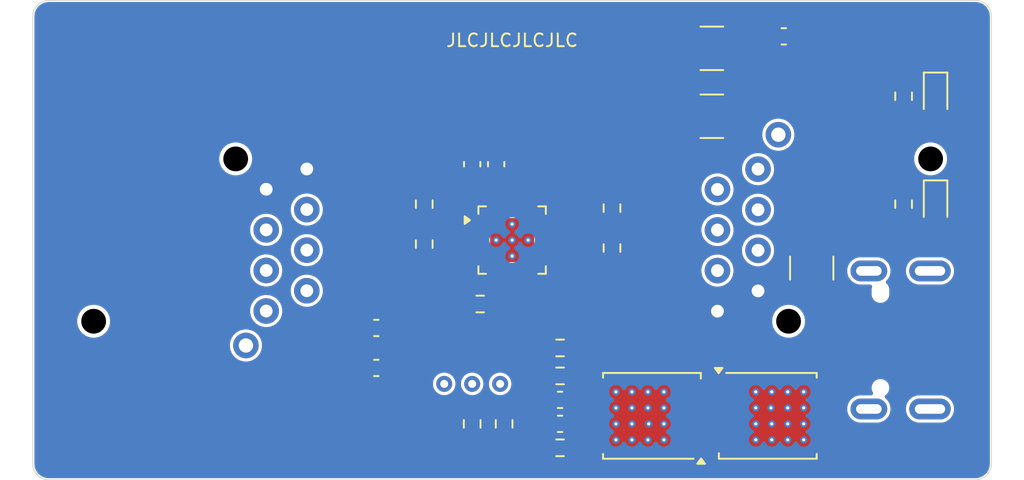
<source format=kicad_pcb>
(kicad_pcb (version 20241229) (generator "pcbnew") (generator_version "9.0")
  (title_block (date "2025-11-17") (rev "2"))
  (layers (0 "F.Cu" signal "Front") (4 "In1.Cu" power) (6 "In2.Cu" power) (2 "B.Cu" signal "Back") (13 "F.Paste" user) (5 "F.SilkS" user "F.Silkscreen") (7 "B.SilkS" user "B.Silkscreen") (1 "F.Mask" user) (3 "B.Mask" user) (25 "Edge.Cuts" user))
  (property "Order-Number" "JLCJLCJLCJLC")
  (net 0 "")
  (net 1 "GND")
  (net 2 "+VLINK")
  (net 3 "/RX-A")
  (net 4 "/TX-Z")
  (net 5 "/RX-B")
  (net 6 "/TX-Y")
  (net 7 "Shield")
  (net 9 "PGND")
  (net 10 "Net-(D101-A)")
  (net 11 "+VBUS")
  (net 12 "/+1V8")
  (net 13 "/Shield RJ45")
  (net 14 "+3V3")
  (net 15 "/Voltage-Min")
  (net 16 "Net-(D102-K)")
  (net 17 "/Current-Min")
  (net 18 "/Gate-Driver")
  (net 22 "/Fault")
  (net 24 "/Data-Mode")
  (net 25 "/SCK")
  (net 28 "/SDA")
  (net 29 "/USB-")
  (net 30 "/USB-CC2")
  (net 31 "/USB-CC1")
  (net 32 "/USB+")
  (net 33 "/Gate")
  (net 34 "/Source")
  (footprint "V2_Resistor_SMD:R_0603" (layer "F.Cu") (at 144.5 111.207107 90)
    (property "Reference" "R110" (hide yes))
    (property "Value" "2k7" (hide yes))
    (fp_line (start -0.237258 -0.5225) (end 0.237258 -0.5225) (stroke (width 0.12)) (layer "F.SilkS"))
    (fp_line (start -0.237258 0.5225) (end 0.237258 0.5225) (stroke (width 0.12)) (layer "F.SilkS"))
    (pad "1" smd roundrect (at -0.75 0 90) (size 0.75 0.95) (layers "F.Cu" "F.Mask" "F.Paste") (roundrect_rratio 0.1333333333) (net 14 "+3V3"))
    (pad "2" smd roundrect (at 0.75 0 90) (size 0.75 0.95) (layers "F.Cu" "F.Mask" "F.Paste") (roundrect_rratio 0.1333333333) (net 28 "/SDA"))
  )
  (footprint "V2_Resistor_SMD:R_0603" (layer "F.Cu") (at 141.5 97.457107 -90)
    (property "Reference" "R107" (hide yes))
    (property "Value" "5k1" (hide yes))
    (fp_line (start -0.237258 0.5225) (end 0.237258 0.5225) (stroke (width 0.12)) (layer "F.SilkS"))
    (fp_line (start -0.237258 -0.5225) (end 0.237258 -0.5225) (stroke (width 0.12)) (layer "F.SilkS"))
    (pad "1" smd roundrect (at -0.75 0 270) (size 0.75 0.95) (layers "F.Cu" "F.Mask" "F.Paste") (roundrect_rratio 0.1333333333) (net 14 "+3V3"))
    (pad "2" smd roundrect (at 0.75 0 270) (size 0.75 0.95) (layers "F.Cu" "F.Mask" "F.Paste") (roundrect_rratio 0.1333333333) (net 15 "/Voltage-Min"))
  )
  (footprint "V2_Capacitor_SMD:C_1210" (layer "F.Cu") (at 159.5 91.957107)
    (property "Reference" "C106" (hide yes))
    (property "Value" "10u" (hide yes))
    (fp_line (start -0.711252 -1.36) (end 0.711252 -1.36) (stroke (width 0.12)) (layer "F.SilkS"))
    (fp_line (start -0.711252 1.36) (end 0.711252 1.36) (stroke (width 0.12)) (layer "F.SilkS"))
    (pad "1" smd roundrect (at -1.6 0) (size 1.1 2.4) (layers "F.Cu" "F.Mask" "F.Paste") (roundrect_rratio 0.09090909091) (net 2 "+VLINK"))
    (pad "2" smd roundrect (at 1.6 0) (size 1.1 2.4) (layers "F.Cu" "F.Mask" "F.Paste") (roundrect_rratio 0.09090909091) (net 1 "GND"))
  )
  (footprint "V2_TestPoint:TestPoint_THTPad_D1.0mm_Drill0.5mm" (layer "F.Cu") (at 144.5 108.707107 90)
    (property "Reference" "TP102" (hide yes))
    (property "Value" "~" (hide yes))
    (pad "1" thru_hole circle (at 0 0 90) (size 1 1) (drill 0.5) (layers "*.Cu" "F.Mask") (net 28 "/SDA"))
  )
  (footprint "V2_Connector_USB:JAE_DX07S016JA3" (layer "F.Cu") (at 172 105.957107 90)
    (property "Reference" "J103" (hide yes))
    (property "Value" "DX07S016JA3" (hide yes))
    (pad "" np_thru_hole circle (at -3 -1.95 90) (size 0.6 0.6) (drill 0.6) (layers "*.Cu" "*.Mask"))
    (pad "" np_thru_hole oval (at 3 -1.95 90) (size 0.85 0.6) (drill oval 0.85 0.6) (layers "*.Cu" "*.Mask"))
    (pad "A5" smd roundrect (at -1.75 -3.05 90) (size 0.27 1) (layers "F.Cu" "F.Mask" "F.Paste") (roundrect_rratio 0.1) (net 31 "/USB-CC1"))
    (pad "A6" smd roundrect (at -0.25 -3.05 90) (size 0.27 1) (layers "F.Cu" "F.Mask" "F.Paste") (roundrect_rratio 0.1) (net 32 "/USB+"))
    (pad "A7" smd roundrect (at 0.75 -3.05 90) (size 0.27 1) (layers "F.Cu" "F.Mask" "F.Paste") (roundrect_rratio 0.1) (net 29 "/USB-"))
    (pad "A8" smd roundrect (at 1.75 -3.05 90) (size 0.27 1) (layers "F.Cu" "F.Mask" "F.Paste") (roundrect_rratio 0.1))
    (pad "B5" smd roundrect (at 1.25 -3.05 90) (size 0.27 1) (layers "F.Cu" "F.Mask" "F.Paste") (roundrect_rratio 0.1) (net 30 "/USB-CC2"))
    (pad "B6" smd roundrect (at 0.25 -3.05 90) (size 0.27 1) (layers "F.Cu" "F.Mask" "F.Paste") (roundrect_rratio 0.1) (net 32 "/USB+"))
    (pad "B7" smd roundrect (at -0.75 -3.05 90) (size 0.27 1) (layers "F.Cu" "F.Mask" "F.Paste") (roundrect_rratio 0.1) (net 29 "/USB-"))
    (pad "B8" smd roundrect (at -1.25 -3.05 90) (size 0.27 1) (layers "F.Cu" "F.Mask" "F.Paste") (roundrect_rratio 0.1))
    (pad "G" smd roundrect (at -3.1 -3.05 90) (size 0.52 1) (layers "F.Cu" "F.Mask" "F.Paste") (roundrect_rratio 0.1) (net 9 "PGND"))
    (pad "G" smd roundrect (at 3.1 -3.05 90) (size 0.52 1) (layers "F.Cu" "F.Mask" "F.Paste") (roundrect_rratio 0.1) (net 9 "PGND"))
    (pad "S" thru_hole oval (at -4.32 -2.675 90) (size 1.3 2.3) (drill oval 0.6 1.6) (layers "*.Cu" "F.Paste") (net 7 "Shield"))
    (pad "S" thru_hole oval (at -4.32 1.15 90) (size 1.3 2.6) (drill oval 0.6 1.9) (layers "*.Cu" "F.Paste") (net 7 "Shield"))
    (pad "S" smd roundrect (at -1.4 1.15 90) (size 1 2) (layers "F.Cu" "F.Mask" "F.Paste") (roundrect_rratio 0.1) (net 7 "Shield"))
    (pad "S" smd roundrect (at 1.4 1.15 90) (size 1 2) (layers "F.Cu" "F.Mask" "F.Paste") (roundrect_rratio 0.1) (net 7 "Shield"))
    (pad "S" thru_hole oval (at 4.32 -2.675 90) (size 1.3 2.3) (drill oval 0.6 1.6) (layers "*.Cu" "F.Paste") (net 7 "Shield"))
    (pad "S" thru_hole oval (at 4.32 1.15 90) (size 1.3 2.6) (drill oval 0.6 1.9) (layers "*.Cu" "F.Paste") (net 7 "Shield"))
    (pad "V" smd roundrect (at -2.35 -3.05 90) (size 0.52 1) (layers "F.Cu" "F.Mask" "F.Paste") (roundrect_rratio 0.1) (net 11 "+VBUS"))
    (pad "V" smd roundrect (at 2.35 -3.05 90) (size 0.52 1) (layers "F.Cu" "F.Mask" "F.Paste") (roundrect_rratio 0.1) (net 11 "+VBUS"))
  )
  (footprint "V2_Capacitor_SMD:C_0603" (layer "F.Cu") (at 146 94.957107 90)
    (property "Reference" "C103" (hide yes))
    (property "Value" "1u" (hide yes))
    (fp_line (start -0.14058 -0.51) (end 0.14058 -0.51) (stroke (width 0.12)) (layer "F.SilkS"))
    (fp_line (start -0.14058 0.51) (end 0.14058 0.51) (stroke (width 0.12)) (layer "F.SilkS"))
    (pad "1" smd roundrect (at -0.7 0 90) (size 0.7 0.8) (layers "F.Cu" "F.Mask" "F.Paste") (roundrect_rratio 0.1428571429) (net 14 "+3V3"))
    (pad "2" smd roundrect (at 0.7 0 90) (size 0.7 0.8) (layers "F.Cu" "F.Mask" "F.Paste") (roundrect_rratio 0.1428571429) (net 9 "PGND"))
  )
  (footprint "V2_Resistor_SMD:R_0603" (layer "F.Cu") (at 145 103.707107 180)
    (property "Reference" "R106" (hide yes))
    (property "Value" "1k" (hide yes))
    (fp_line (start -0.237258 0.5225) (end 0.237258 0.5225) (stroke (width 0.12)) (layer "F.SilkS"))
    (fp_line (start -0.237258 -0.5225) (end 0.237258 -0.5225) (stroke (width 0.12)) (layer "F.SilkS"))
    (pad "1" smd roundrect (at -0.75 0 180) (size 0.75 0.95) (layers "F.Cu" "F.Mask" "F.Paste") (roundrect_rratio 0.1333333333) (net 24 "/Data-Mode"))
    (pad "2" smd roundrect (at 0.75 0 180) (size 0.75 0.95) (layers "F.Cu" "F.Mask" "F.Paste") (roundrect_rratio 0.1333333333) (net 14 "+3V3"))
  )
  (footprint "V2_Resistor_SMD:R_0603" (layer "F.Cu") (at 141.5 99.957107 -90)
    (property "Reference" "R108" (hide yes))
    (property "Value" "1k" (hide yes))
    (fp_line (start -0.237258 0.5225) (end 0.237258 0.5225) (stroke (width 0.12)) (layer "F.SilkS"))
    (fp_line (start -0.237258 -0.5225) (end 0.237258 -0.5225) (stroke (width 0.12)) (layer "F.SilkS"))
    (pad "1" smd roundrect (at -0.75 0 270) (size 0.75 0.95) (layers "F.Cu" "F.Mask" "F.Paste") (roundrect_rratio 0.1333333333) (net 15 "/Voltage-Min"))
    (pad "2" smd roundrect (at 0.75 0 270) (size 0.75 0.95) (layers "F.Cu" "F.Mask" "F.Paste") (roundrect_rratio 0.1333333333) (net 9 "PGND"))
  )
  (footprint "V2_Package_DFN_QFN:QFN-24-1EP_4x4mm_P0.5mm_EP2.75x2.75mm" (layer "F.Cu") (at 147 99.707107)
    (property "Reference" "U101" (hide yes))
    (property "Value" "CYPD3176-24LQ" (hide yes))
    (fp_line (start -2.11 -2.11) (end -1.635 -2.11) (stroke (width 0.12)) (layer "F.SilkS"))
    (fp_line (start -2.11 -1.635) (end -2.11 -2.11) (stroke (width 0.12)) (layer "F.SilkS"))
    (fp_line (start -2.11 2.11) (end -2.11 1.635) (stroke (width 0.12)) (layer "F.SilkS"))
    (fp_line (start -1.635 2.11) (end -2.11 2.11) (stroke (width 0.12)) (layer "F.SilkS"))
    (fp_line (start 1.635 -2.11) (end 2.11 -2.11) (stroke (width 0.12)) (layer "F.SilkS"))
    (fp_line (start 2.11 -2.11) (end 2.11 -1.635) (stroke (width 0.12)) (layer "F.SilkS"))
    (fp_line (start 2.11 1.635) (end 2.11 2.11) (stroke (width 0.12)) (layer "F.SilkS"))
    (fp_line (start 2.11 2.11) (end 1.635 2.11) (stroke (width 0.12)) (layer "F.SilkS"))
    (fp_poly (pts (xy -2.64 -1.25) (xy -2.97 -1.01) (xy -2.97 -1.49)) (stroke (width 0.12)) (fill yes) (layer "F.SilkS"))
    (pad "1" smd roundrect (at -1.915 -1.25) (size 0.67 0.25) (layers "F.Cu" "F.Mask" "F.Paste") (roundrect_rratio 0.24) (net 15 "/Voltage-Min"))
    (pad "2" smd roundrect (at -1.915 -0.75) (size 0.67 0.25) (layers "F.Cu" "F.Mask" "F.Paste") (roundrect_rratio 0.24) (net 14 "+3V3"))
    (pad "3" smd roundrect (at -1.915 -0.25) (size 0.67 0.25) (layers "F.Cu" "F.Mask" "F.Paste") (roundrect_rratio 0.24) (net 18 "/Gate-Driver"))
    (pad "4" smd roundrect (at -1.915 0.25) (size 0.67 0.25) (layers "F.Cu" "F.Mask" "F.Paste") (roundrect_rratio 0.24))
    (pad "5" smd roundrect (at -1.915 0.75) (size 0.67 0.25) (layers "F.Cu" "F.Mask" "F.Paste") (roundrect_rratio 0.24) (net 32 "/USB+"))
    (pad "6" smd roundrect (at -1.915 1.25) (size 0.67 0.25) (layers "F.Cu" "F.Mask" "F.Paste") (roundrect_rratio 0.24) (net 29 "/USB-"))
    (pad "7" smd roundrect (at -1.25 1.915) (size 0.25 0.67) (layers "F.Cu" "F.Mask" "F.Paste") (roundrect_rratio 0.24))
    (pad "8" smd roundrect (at -0.75 1.915) (size 0.25 0.67) (layers "F.Cu" "F.Mask" "F.Paste") (roundrect_rratio 0.24) (net 22 "/Fault"))
    (pad "9" smd roundrect (at -0.25 1.915) (size 0.25 0.67) (layers "F.Cu" "F.Mask" "F.Paste") (roundrect_rratio 0.24))
    (pad "10" smd roundrect (at 0.25 1.915) (size 0.25 0.67) (layers "F.Cu" "F.Mask" "F.Paste") (roundrect_rratio 0.24) (net 24 "/Data-Mode"))
    (pad "11" smd roundrect (at 0.75 1.915) (size 0.25 0.67) (layers "F.Cu" "F.Mask" "F.Paste") (roundrect_rratio 0.24) (net 2 "+VLINK"))
    (pad "12" smd roundrect (at 1.25 1.915) (size 0.25 0.67) (layers "F.Cu" "F.Mask" "F.Paste") (roundrect_rratio 0.24) (net 28 "/SDA"))
    (pad "13" smd roundrect (at 1.915 1.25) (size 0.67 0.25) (layers "F.Cu" "F.Mask" "F.Paste") (roundrect_rratio 0.24) (net 25 "/SCK"))
    (pad "14" smd roundrect (at 1.915 0.75) (size 0.67 0.25) (layers "F.Cu" "F.Mask" "F.Paste") (roundrect_rratio 0.24) (net 30 "/USB-CC2"))
    (pad "15" smd roundrect (at 1.915 0.25) (size 0.67 0.25) (layers "F.Cu" "F.Mask" "F.Paste") (roundrect_rratio 0.24) (net 31 "/USB-CC1"))
    (pad "16" smd roundrect (at 1.915 -0.25) (size 0.67 0.25) (layers "F.Cu" "F.Mask" "F.Paste") (roundrect_rratio 0.24) (net 17 "/Current-Min"))
    (pad "17" smd roundrect (at 1.915 -0.75) (size 0.67 0.25) (layers "F.Cu" "F.Mask" "F.Paste") (roundrect_rratio 0.24) (net 9 "PGND"))
    (pad "18" smd roundrect (at 1.915 -1.25) (size 0.67 0.25) (layers "F.Cu" "F.Mask" "F.Paste") (roundrect_rratio 0.24) (net 11 "+VBUS"))
    (pad "19" smd roundrect (at 1.25 -1.915) (size 0.25 0.67) (layers "F.Cu" "F.Mask" "F.Paste") (roundrect_rratio 0.24) (net 1 "GND"))
    (pad "20" smd roundrect (at 0.75 -1.915) (size 0.25 0.67) (layers "F.Cu" "F.Mask" "F.Paste") (roundrect_rratio 0.24))
    (pad "21" smd roundrect (at 0.25 -1.915) (size 0.25 0.67) (layers "F.Cu" "F.Mask" "F.Paste") (roundrect_rratio 0.24))
    (pad "22" smd roundrect (at -0.25 -1.915) (size 0.25 0.67) (layers "F.Cu" "F.Mask" "F.Paste") (roundrect_rratio 0.24) (net 9 "PGND"))
    (pad "23" smd roundrect (at -0.75 -1.915) (size 0.25 0.67) (layers "F.Cu" "F.Mask" "F.Paste") (roundrect_rratio 0.24) (net 14 "+3V3"))
    (pad "24" smd roundrect (at -1.25 -1.915) (size 0.25 0.67) (layers "F.Cu" "F.Mask" "F.Paste") (roundrect_rratio 0.24) (net 12 "/+1V8"))
    (pad "25" thru_hole circle (at -1 0) (size 0.45 0.45) (drill 0.2) (property pad_prop_heatsink) (layers "*.Cu") (net 9 "PGND"))
    (pad "25" thru_hole circle (at 0 -1) (size 0.45 0.45) (drill 0.2) (property pad_prop_heatsink) (layers "*.Cu") (net 9 "PGND"))
    (pad "25" thru_hole circle (at 0 0) (size 0.45 0.45) (drill 0.2) (property pad_prop_heatsink) (layers "*.Cu") (net 9 "PGND"))
    (pad "25" smd rect (at 0 0) (size 2.75 2.75) (property pad_prop_heatsink) (layers "F.Cu" "F.Mask") (net 9 "PGND"))
    (pad "25" thru_hole circle (at 0 1) (size 0.45 0.45) (drill 0.2) (property pad_prop_heatsink) (layers "*.Cu") (net 9 "PGND"))
    (pad "25" thru_hole circle (at 1 0) (size 0.45 0.45) (drill 0.2) (property pad_prop_heatsink) (layers "*.Cu") (net 9 "PGND"))
  )
  (footprint "V2_Production:Order_Number" (layer "F.Cu") (at 147 87.207107)
    (property "Reference" "INFO101" (hide yes))
    (property "Value" "Order_Number" (hide yes))
    (fp_text user "${Order-Number}" (at 0 0 0) (layer "F.SilkS") (effects (font (size 0.8 0.8) (thickness 0.12))))
  )
  (footprint "V2_Capacitor_SMD:C_0603" (layer "F.Cu") (at 164 86.957107)
    (property "Reference" "C107" (hide yes))
    (property "Value" "100p" (hide yes))
    (fp_line (start -0.14058 -0.51) (end 0.14058 -0.51) (stroke (width 0.12)) (layer "F.SilkS"))
    (fp_line (start -0.14058 0.51) (end 0.14058 0.51) (stroke (width 0.12)) (layer "F.SilkS"))
    (pad "1" smd roundrect (at -0.7 0) (size 0.7 0.8) (layers "F.Cu" "F.Mask" "F.Paste") (roundrect_rratio 0.1428571429) (net 9 "PGND"))
    (pad "2" smd roundrect (at 0.7 0) (size 0.7 0.8) (layers "F.Cu" "F.Mask" "F.Paste") (roundrect_rratio 0.1428571429) (net 1 "GND"))
  )
  (footprint "V2_Resistor_SMD:R_0603" (layer "F.Cu") (at 153.25 100.207107 -90)
    (property "Reference" "R112" (hide yes))
    (property "Value" "1k" (hide yes))
    (fp_line (start -0.237258 0.5225) (end 0.237258 0.5225) (stroke (width 0.12)) (layer "F.SilkS"))
    (fp_line (start -0.237258 -0.5225) (end 0.237258 -0.5225) (stroke (width 0.12)) (layer "F.SilkS"))
    (pad "1" smd roundrect (at -0.75 0 270) (size 0.75 0.95) (layers "F.Cu" "F.Mask" "F.Paste") (roundrect_rratio 0.1333333333) (net 17 "/Current-Min"))
    (pad "2" smd roundrect (at 0.75 0 270) (size 0.75 0.95) (layers "F.Cu" "F.Mask" "F.Paste") (roundrect_rratio 0.1333333333) (net 9 "PGND"))
  )
  (footprint "V2_TestPoint:TestPoint_THTPad_D1.0mm_Drill0.5mm" (layer "F.Cu") (at 146.25 108.707107 90)
    (property "Reference" "TP101" (hide yes))
    (property "Value" "~" (hide yes))
    (pad "1" thru_hole circle (at 0 0 90) (size 1 1) (drill 0.5) (layers "*.Cu" "F.Mask") (net 25 "/SCK"))
  )
  (footprint "V2_Capacitor_SMD:C_1210" (layer "F.Cu") (at 159.5 87.707107)
    (property "Reference" "C105" (hide yes))
    (property "Value" "10u" (hide yes))
    (fp_line (start -0.711252 -1.36) (end 0.711252 -1.36) (stroke (width 0.12)) (layer "F.SilkS"))
    (fp_line (start -0.711252 1.36) (end 0.711252 1.36) (stroke (width 0.12)) (layer "F.SilkS"))
    (pad "1" smd roundrect (at -1.6 0) (size 1.1 2.4) (layers "F.Cu" "F.Mask" "F.Paste") (roundrect_rratio 0.09090909091) (net 11 "+VBUS"))
    (pad "2" smd roundrect (at 1.6 0) (size 1.1 2.4) (layers "F.Cu" "F.Mask" "F.Paste") (roundrect_rratio 0.09090909091) (net 9 "PGND"))
  )
  (footprint "V2_TestPoint:TestPoint_THTPad_D1.0mm_Drill0.5mm" (layer "F.Cu") (at 142.75 108.707107 90)
    (property "Reference" "TP103" (hide yes))
    (property "Value" "~" (hide yes))
    (pad "1" thru_hole circle (at 0 0 90) (size 1 1) (drill 0.5) (layers "*.Cu" "F.Mask") (net 9 "PGND"))
  )
  (footprint "V2_Resistor_SMD:R_0603" (layer "F.Cu") (at 150 108.207107)
    (property "Reference" "R101" (hide yes))
    (property "Value" "10k" (hide yes))
    (fp_line (start -0.237258 -0.5225) (end 0.237258 -0.5225) (stroke (width 0.12)) (layer "F.SilkS"))
    (fp_line (start -0.237258 0.5225) (end 0.237258 0.5225) (stroke (width 0.12)) (layer "F.SilkS"))
    (pad "1" smd roundrect (at -0.75 0) (size 0.75 0.95) (layers "F.Cu" "F.Mask" "F.Paste") (roundrect_rratio 0.1333333333) (net 11 "+VBUS"))
    (pad "2" smd roundrect (at 0.75 0) (size 0.75 0.95) (layers "F.Cu" "F.Mask" "F.Paste") (roundrect_rratio 0.1333333333) (net 33 "/Gate"))
  )
  (footprint "V2_Capacitor_SMD:C_0603" (layer "F.Cu") (at 150 109.707107)
    (property "Reference" "C101" (hide yes))
    (property "Value" "1u" (hide yes))
    (fp_line (start -0.14058 -0.51) (end 0.14058 -0.51) (stroke (width 0.12)) (layer "F.SilkS"))
    (fp_line (start -0.14058 0.51) (end 0.14058 0.51) (stroke (width 0.12)) (layer "F.SilkS"))
    (pad "1" smd roundrect (at -0.7 0) (size 0.7 0.8) (layers "F.Cu" "F.Mask" "F.Paste") (roundrect_rratio 0.1428571429) (net 11 "+VBUS"))
    (pad "2" smd roundrect (at 0.7 0) (size 0.7 0.8) (layers "F.Cu" "F.Mask" "F.Paste") (roundrect_rratio 0.1428571429) (net 33 "/Gate"))
  )
  (footprint "V2_Capacitor_SMD:C_0603" (layer "F.Cu") (at 138.5 107.707107)
    (property "Reference" "C109" (hide yes))
    (property "Value" "100p" (hide yes))
    (fp_line (start -0.14058 -0.51) (end 0.14058 -0.51) (stroke (width 0.12)) (layer "F.SilkS"))
    (fp_line (start -0.14058 0.51) (end 0.14058 0.51) (stroke (width 0.12)) (layer "F.SilkS"))
    (pad "1" smd roundrect (at -0.7 0) (size 0.7 0.8) (layers "F.Cu" "F.Mask" "F.Paste") (roundrect_rratio 0.1428571429) (net 30 "/USB-CC2"))
    (pad "2" smd roundrect (at 0.7 0) (size 0.7 0.8) (layers "F.Cu" "F.Mask" "F.Paste") (roundrect_rratio 0.1428571429) (net 9 "PGND"))
  )
  (footprint "V2_LED:LED_0603" (layer "F.Cu") (at 173.5 90.707107 -90)
    (property "Reference" "D101" (hide yes))
    (property "Value" "Red" (hide yes))
    (fp_line (start -1.485 0.735) (end 0.8 0.735) (stroke (width 0.12)) (layer "F.SilkS"))
    (fp_line (start -1.485 -0.735) (end -1.485 0.735) (stroke (width 0.12)) (layer "F.SilkS"))
    (fp_line (start 0.8 -0.735) (end -1.485 -0.735) (stroke (width 0.12)) (layer "F.SilkS"))
    (pad "1" smd roundrect (at -0.7875 0 270) (size 0.875 0.95) (layers "F.Cu" "F.Mask" "F.Paste") (net 9 "PGND"))
    (pad "2" smd roundrect (at 0.7875 0 270) (size 0.875 0.95) (layers "F.Cu" "F.Mask" "F.Paste") (net 10 "Net-(D101-A)"))
  )
  (footprint "V2_Resistor_SMD:R_0603" (layer "F.Cu") (at 146.5 111.207107 90)
    (property "Reference" "R109" (hide yes))
    (property "Value" "2k7" (hide yes))
    (fp_line (start -0.237258 -0.5225) (end 0.237258 -0.5225) (stroke (width 0.12)) (layer "F.SilkS"))
    (fp_line (start -0.237258 0.5225) (end 0.237258 0.5225) (stroke (width 0.12)) (layer "F.SilkS"))
    (pad "1" smd roundrect (at -0.75 0 90) (size 0.75 0.95) (layers "F.Cu" "F.Mask" "F.Paste") (roundrect_rratio 0.1333333333) (net 14 "+3V3"))
    (pad "2" smd roundrect (at 0.75 0 90) (size 0.75 0.95) (layers "F.Cu" "F.Mask" "F.Paste") (roundrect_rratio 0.1333333333) (net 25 "/SCK"))
  )
  (footprint "V2_Resistor_SMD:R_1210" (layer "F.Cu") (at 165.75 101.457107 90)
    (property "Reference" "R113" (hide yes))
    (property "Value" "0R005" (hide yes))
    (fp_line (start -0.723737 -1.355) (end 0.723737 -1.355) (stroke (width 0.12)) (layer "F.SilkS"))
    (fp_line (start -0.723737 1.355) (end 0.723737 1.355) (stroke (width 0.12)) (layer "F.SilkS"))
    (pad "1" smd roundrect (at -1.4625 0 90) (size 1.125 2.65) (layers "F.Cu" "F.Mask" "F.Paste") (roundrect_rratio 0.08888888889) (net 9 "PGND"))
    (pad "2" smd roundrect (at 1.4625 0 90) (size 1.125 2.65) (layers "F.Cu" "F.Mask" "F.Paste") (roundrect_rratio 0.08888888889) (net 1 "GND"))
  )
  (footprint "V2_Resistor_SMD:R_0603" (layer "F.Cu") (at 171.5 97.457107 -90)
    (property "Reference" "R105" (hide yes))
    (property "Value" "2k7" (hide yes))
    (fp_line (start -0.237258 0.5225) (end 0.237258 0.5225) (stroke (width 0.12)) (layer "F.SilkS"))
    (fp_line (start -0.237258 -0.5225) (end 0.237258 -0.5225) (stroke (width 0.12)) (layer "F.SilkS"))
    (pad "1" smd roundrect (at -0.75 0 270) (size 0.75 0.95) (layers "F.Cu" "F.Mask" "F.Paste") (roundrect_rratio 0.1333333333) (net 16 "Net-(D102-K)"))
    (pad "2" smd roundrect (at 0.75 0 270) (size 0.75 0.95) (layers "F.Cu" "F.Mask" "F.Paste") (roundrect_rratio 0.1333333333) (net 1 "GND"))
  )
  (footprint "V2_Package_TO_SOT_SMD:TDSON-8-FL" (layer "F.Cu") (at 163 110.707107)
    (property "Reference" "Q101" (hide yes))
    (property "Value" "BSC010N04LS" (hide yes))
    (fp_line (start -3.06 2.335) (end -3.06 2.685) (stroke (width 0.12)) (layer "F.SilkS"))
    (fp_line (start 3.06 -2.685) (end -2.6 -2.685) (stroke (width 0.12)) (layer "F.SilkS"))
    (fp_line (start 3.06 -2.385) (end 3.06 -2.685) (stroke (width 0.12)) (layer "F.SilkS"))
    (fp_line (start 3.06 2.385) (end 3.06 2.685) (stroke (width 0.12)) (layer "F.SilkS"))
    (fp_line (start 3.06 2.685) (end -3.06 2.685) (stroke (width 0.12)) (layer "F.SilkS"))
    (fp_poly (pts (xy -3.075829 -2.668988) (xy -3.315829 -2.998988) (xy -2.835829 -2.998988) (xy -3.075829 -2.668988)) (stroke (width 0.12)) (fill yes) (layer "F.SilkS"))
    (pad "1" smd rect (at -2.835621 -0.635) (size 1.1 3.15) (layers "F.Cu") (net 34 "/Source"))
    (pad "4" smd rect (at -2.9 1.905) (size 0.85 0.5) (layers "F.Cu" "F.Mask") (net 33 "/Gate"))
    (pad "5" thru_hole circle (at -0.75 -1.5) (size 0.45 0.45) (drill 0.2) (property pad_prop_heatsink) (layers "*.Cu") (net 11 "+VBUS"))
    (pad "5" thru_hole circle (at -0.75 -0.5) (size 0.45 0.45) (drill 0.2) (property pad_prop_heatsink) (layers "*.Cu") (net 11 "+VBUS"))
    (pad "5" thru_hole circle (at -0.75 0.5) (size 0.45 0.45) (drill 0.2) (property pad_prop_heatsink) (layers "*.Cu") (net 11 "+VBUS"))
    (pad "5" thru_hole circle (at -0.75 1.5) (size 0.45 0.45) (drill 0.2) (property pad_prop_heatsink) (layers "*.Cu") (net 11 "+VBUS"))
    (pad "5" thru_hole circle (at 0.2 -0.5) (size 0.45 0.45) (drill 0.2) (property pad_prop_heatsink) (layers "*.Cu") (net 11 "+VBUS"))
    (pad "5" thru_hole circle (at 0.25 -1.5) (size 0.45 0.45) (drill 0.2) (property pad_prop_heatsink) (layers "*.Cu") (net 11 "+VBUS"))
    (pad "5" thru_hole circle (at 0.25 0.5) (size 0.45 0.45) (drill 0.2) (property pad_prop_heatsink) (layers "*.Cu") (net 11 "+VBUS"))
    (pad "5" thru_hole circle (at 0.25 1.5) (size 0.45 0.45) (drill 0.2) (property pad_prop_heatsink) (layers "*.Cu") (net 11 "+VBUS"))
    (pad "5" smd custom (at 1 0) (size 4.65 4.41) (layers "F.Cu") (net 11 "+VBUS") (options (clearance outline) (anchor rect)) (primitives (gr_bbox (start -0.75 -0.75) (end 0.75 0.75) (fill no))))
    (pad "5" thru_hole circle (at 1.25 -1.5) (size 0.45 0.45) (drill 0.2) (property pad_prop_heatsink) (layers "*.Cu") (net 11 "+VBUS"))
    (pad "5" thru_hole circle (at 1.25 -0.5) (size 0.45 0.45) (drill 0.2) (property pad_prop_heatsink) (layers "*.Cu") (net 11 "+VBUS"))
    (pad "5" thru_hole circle (at 1.25 0.5) (size 0.45 0.45) (drill 0.2) (property pad_prop_heatsink) (layers "*.Cu") (net 11 "+VBUS"))
    (pad "5" thru_hole circle (at 1.25 1.5) (size 0.45 0.45) (drill 0.2) (property pad_prop_heatsink) (layers "*.Cu") (net 11 "+VBUS"))
    (pad "5" thru_hole circle (at 2.25 -1.5) (size 0.45 0.45) (drill 0.2) (property pad_prop_heatsink) (layers "*.Cu") (net 11 "+VBUS"))
    (pad "5" thru_hole circle (at 2.25 -0.5) (size 0.45 0.45) (drill 0.2) (property pad_prop_heatsink) (layers "*.Cu") (net 11 "+VBUS"))
    (pad "5" thru_hole circle (at 2.25 0.5) (size 0.45 0.45) (drill 0.2) (property pad_prop_heatsink) (layers "*.Cu") (net 11 "+VBUS"))
    (pad "5" thru_hole circle (at 2.25 1.5) (size 0.45 0.45) (drill 0.2) (property pad_prop_heatsink) (layers "*.Cu") (net 11 "+VBUS"))
  )
  (footprint "V2_Resistor_SMD:R_0603" (layer "F.Cu") (at 171.5 90.707107 -90)
    (property "Reference" "R104" (hide yes))
    (property "Value" "1k" (hide yes))
    (fp_line (start -0.237258 0.5225) (end 0.237258 0.5225) (stroke (width 0.12)) (layer "F.SilkS"))
    (fp_line (start -0.237258 -0.5225) (end 0.237258 -0.5225) (stroke (width 0.12)) (layer "F.SilkS"))
    (pad "1" smd roundrect (at -0.75 0 270) (size 0.75 0.95) (layers "F.Cu" "F.Mask" "F.Paste") (roundrect_rratio 0.1333333333) (net 22 "/Fault"))
    (pad "2" smd roundrect (at 0.75 0 270) (size 0.75 0.95) (layers "F.Cu" "F.Mask" "F.Paste") (roundrect_rratio 0.1333333333) (net 10 "Net-(D101-A)"))
  )
  (footprint "V2_Package_TO_SOT_SMD:TDSON-8-FL" (layer "F.Cu") (at 155.75 110.707107 180)
    (property "Reference" "Q102" (hide yes))
    (property "Value" "BSC010N04LS" (hide yes))
    (fp_line (start 3.06 2.685) (end -3.06 2.685) (stroke (width 0.12)) (layer "F.SilkS"))
    (fp_line (start 3.06 2.385) (end 3.06 2.685) (stroke (width 0.12)) (layer "F.SilkS"))
    (fp_line (start 3.06 -2.385) (end 3.06 -2.685) (stroke (width 0.12)) (layer "F.SilkS"))
    (fp_line (start 3.06 -2.685) (end -2.6 -2.685) (stroke (width 0.12)) (layer "F.SilkS"))
    (fp_line (start -3.06 2.335) (end -3.06 2.685) (stroke (width 0.12)) (layer "F.SilkS"))
    (fp_poly (pts (xy -3.075829 -2.668988) (xy -3.315829 -2.998988) (xy -2.835829 -2.998988) (xy -3.075829 -2.668988)) (stroke (width 0.12)) (fill yes) (layer "F.SilkS"))
    (pad "1" smd rect (at -2.835621 -0.635 180) (size 1.1 3.15) (layers "F.Cu") (net 34 "/Source"))
    (pad "4" smd rect (at -2.9 1.905 180) (size 0.85 0.5) (layers "F.Cu" "F.Mask") (net 33 "/Gate"))
    (pad "5" thru_hole circle (at -0.75 -1.5 180) (size 0.45 0.45) (drill 0.2) (property pad_prop_heatsink) (layers "*.Cu") (net 2 "+VLINK"))
    (pad "5" thru_hole circle (at -0.75 -0.5 180) (size 0.45 0.45) (drill 0.2) (property pad_prop_heatsink) (layers "*.Cu") (net 2 "+VLINK"))
    (pad "5" thru_hole circle (at -0.75 0.5 180) (size 0.45 0.45) (drill 0.2) (property pad_prop_heatsink) (layers "*.Cu") (net 2 "+VLINK"))
    (pad "5" thru_hole circle (at -0.75 1.5 180) (size 0.45 0.45) (drill 0.2) (property pad_prop_heatsink) (layers "*.Cu") (net 2 "+VLINK"))
    (pad "5" thru_hole circle (at 0.2 -0.5 180) (size 0.45 0.45) (drill 0.2) (property pad_prop_heatsink) (layers "*.Cu") (net 2 "+VLINK"))
    (pad "5" thru_hole circle (at 0.25 -1.5 180) (size 0.45 0.45) (drill 0.2) (property pad_prop_heatsink) (layers "*.Cu") (net 2 "+VLINK"))
    (pad "5" thru_hole circle (at 0.25 0.5 180) (size 0.45 0.45) (drill 0.2) (property pad_prop_heatsink) (layers "*.Cu") (net 2 "+VLINK"))
    (pad "5" thru_hole circle (at 0.25 1.5 180) (size 0.45 0.45) (drill 0.2) (property pad_prop_heatsink) (layers "*.Cu") (net 2 "+VLINK"))
    (pad "5" smd custom (at 1 0 180) (size 4.65 4.41) (layers "F.Cu") (net 2 "+VLINK") (options (clearance outline) (anchor rect)) (primitives (gr_bbox (start -0.75 -0.75) (end 0.75 0.75) (fill no))))
    (pad "5" thru_hole circle (at 1.25 -1.5 180) (size 0.45 0.45) (drill 0.2) (property pad_prop_heatsink) (layers "*.Cu") (net 2 "+VLINK"))
    (pad "5" thru_hole circle (at 1.25 -0.5 180) (size 0.45 0.45) (drill 0.2) (property pad_prop_heatsink) (layers "*.Cu") (net 2 "+VLINK"))
    (pad "5" thru_hole circle (at 1.25 0.5 180) (size 0.45 0.45) (drill 0.2) (property pad_prop_heatsink) (layers "*.Cu") (net 2 "+VLINK"))
    (pad "5" thru_hole circle (at 1.25 1.5 180) (size 0.45 0.45) (drill 0.2) (property pad_prop_heatsink) (layers "*.Cu") (net 2 "+VLINK"))
    (pad "5" thru_hole circle (at 2.25 -1.5 180) (size 0.45 0.45) (drill 0.2) (property pad_prop_heatsink) (layers "*.Cu") (net 2 "+VLINK"))
    (pad "5" thru_hole circle (at 2.25 -0.5 180) (size 0.45 0.45) (drill 0.2) (property pad_prop_heatsink) (layers "*.Cu") (net 2 "+VLINK"))
    (pad "5" thru_hole circle (at 2.25 0.5 180) (size 0.45 0.45) (drill 0.2) (property pad_prop_heatsink) (layers "*.Cu") (net 2 "+VLINK"))
    (pad "5" thru_hole circle (at 2.25 1.5 180) (size 0.45 0.45) (drill 0.2) (property pad_prop_heatsink) (layers "*.Cu") (net 2 "+VLINK"))
  )
  (footprint "V2_Resistor_SMD:R_0603" (layer "F.Cu") (at 150 106.457107)
    (property "Reference" "R102" (hide yes))
    (property "Value" "100k" (hide yes))
    (fp_line (start -0.237258 -0.5225) (end 0.237258 -0.5225) (stroke (width 0.12)) (layer "F.SilkS"))
    (fp_line (start -0.237258 0.5225) (end 0.237258 0.5225) (stroke (width 0.12)) (layer "F.SilkS"))
    (pad "1" smd roundrect (at -0.75 0) (size 0.75 0.95) (layers "F.Cu" "F.Mask" "F.Paste") (roundrect_rratio 0.1333333333) (net 34 "/Source"))
    (pad "2" smd roundrect (at 0.75 0) (size 0.75 0.95) (layers "F.Cu" "F.Mask" "F.Paste") (roundrect_rratio 0.1333333333) (net 33 "/Gate"))
  )
  (footprint "V2_Capacitor_SMD:C_0603" (layer "F.Cu") (at 144.5 94.957107 90)
    (property "Reference" "C104" (hide yes))
    (property "Value" "1u" (hide yes))
    (fp_line (start -0.14058 -0.51) (end 0.14058 -0.51) (stroke (width 0.12)) (layer "F.SilkS"))
    (fp_line (start -0.14058 0.51) (end 0.14058 0.51) (stroke (width 0.12)) (layer "F.SilkS"))
    (pad "1" smd roundrect (at -0.7 0 90) (size 0.7 0.8) (layers "F.Cu" "F.Mask" "F.Paste") (roundrect_rratio 0.1428571429) (net 12 "/+1V8"))
    (pad "2" smd roundrect (at 0.7 0 90) (size 0.7 0.8) (layers "F.Cu" "F.Mask" "F.Paste") (roundrect_rratio 0.1428571429) (net 9 "PGND"))
  )
  (footprint "V2_Resistor_SMD:R_0603" (layer "F.Cu") (at 153.25 97.707107 -90)
    (property "Reference" "R111" (hide yes))
    (property "Value" "5k1" (hide yes))
    (fp_line (start -0.237258 0.5225) (end 0.237258 0.5225) (stroke (width 0.12)) (layer "F.SilkS"))
    (fp_line (start -0.237258 -0.5225) (end 0.237258 -0.5225) (stroke (width 0.12)) (layer "F.SilkS"))
    (pad "1" smd roundrect (at -0.75 0 270) (size 0.75 0.95) (layers "F.Cu" "F.Mask" "F.Paste") (roundrect_rratio 0.1333333333) (net 14 "+3V3"))
    (pad "2" smd roundrect (at 0.75 0 270) (size 0.75 0.95) (layers "F.Cu" "F.Mask" "F.Paste") (roundrect_rratio 0.1333333333) (net 17 "/Current-Min"))
  )
  (footprint "V2_LED:LED_0603" (layer "F.Cu") (at 173.5 97.457107 -90)
    (property "Reference" "D102" (hide yes))
    (property "Value" "Orange" (hide yes))
    (fp_line (start -1.485 0.735) (end 0.8 0.735) (stroke (width 0.12)) (layer "F.SilkS"))
    (fp_line (start -1.485 -0.735) (end -1.485 0.735) (stroke (width 0.12)) (layer "F.SilkS"))
    (fp_line (start 0.8 -0.735) (end -1.485 -0.735) (stroke (width 0.12)) (layer "F.SilkS"))
    (pad "1" smd roundrect (at -0.7875 0 270) (size 0.875 0.95) (layers "F.Cu" "F.Mask" "F.Paste") (net 16 "Net-(D102-K)"))
    (pad "2" smd roundrect (at 0.7875 0 270) (size 0.875 0.95) (layers "F.Cu" "F.Mask" "F.Paste") (net 2 "+VLINK"))
  )
  (footprint "V2_Resistor_SMD:R_0603" (layer "F.Cu") (at 150 112.707107)
    (property "Reference" "R103" (hide yes))
    (property "Value" "1k" (hide yes))
    (fp_line (start -0.237258 -0.5225) (end 0.237258 -0.5225) (stroke (width 0.12)) (layer "F.SilkS"))
    (fp_line (start -0.237258 0.5225) (end 0.237258 0.5225) (stroke (width 0.12)) (layer "F.SilkS"))
    (pad "1" smd roundrect (at -0.75 0) (size 0.75 0.95) (layers "F.Cu" "F.Mask" "F.Paste") (roundrect_rratio 0.1333333333) (net 18 "/Gate-Driver"))
    (pad "2" smd roundrect (at 0.75 0) (size 0.75 0.95) (layers "F.Cu" "F.Mask" "F.Paste") (roundrect_rratio 0.1333333333) (net 33 "/Gate"))
  )
  (footprint "V2_Capacitor_SMD:C_0603" (layer "F.Cu") (at 150 111.207107)
    (property "Reference" "C102" (hide yes))
    (property "Value" "1u" (hide yes))
    (fp_line (start -0.14058 -0.51) (end 0.14058 -0.51) (stroke (width 0.12)) (layer "F.SilkS"))
    (fp_line (start -0.14058 0.51) (end 0.14058 0.51) (stroke (width 0.12)) (layer "F.SilkS"))
    (pad "1" smd roundrect (at -0.7 0) (size 0.7 0.8) (layers "F.Cu" "F.Mask" "F.Paste") (roundrect_rratio 0.1428571429) (net 2 "+VLINK"))
    (pad "2" smd roundrect (at 0.7 0) (size 0.7 0.8) (layers "F.Cu" "F.Mask" "F.Paste") (roundrect_rratio 0.1428571429) (net 33 "/Gate"))
  )
  (footprint "V2_Capacitor_SMD:C_0603" (layer "F.Cu") (at 138.5 105.207107)
    (property "Reference" "C108" (hide yes))
    (property "Value" "100p" (hide yes))
    (fp_line (start -0.14058 -0.51) (end 0.14058 -0.51) (stroke (width 0.12)) (layer "F.SilkS"))
    (fp_line (start -0.14058 0.51) (end 0.14058 0.51) (stroke (width 0.12)) (layer "F.SilkS"))
    (pad "1" smd roundrect (at -0.7 0) (size 0.7 0.8) (layers "F.Cu" "F.Mask" "F.Paste") (roundrect_rratio 0.1428571429) (net 31 "/USB-CC1"))
    (pad "2" smd roundrect (at 0.7 0) (size 0.7 0.8) (layers "F.Cu" "F.Mask" "F.Paste") (roundrect_rratio 0.1428571429) (net 9 "PGND"))
  )
  (footprint "V2_Artwork:Logo_Small" (layer "F.Cu") (at 122 109.707107)
    (property "Reference" "ICON101" (hide yes))
    (property "Value" "V2-logo" (hide yes))
    (fp_poly (pts (xy 2.006758 1.750057) (xy -2.003742 1.750057) (xy -2.003742 0.089057) (xy -1.676242 0.089057) (xy -1.676242 1.422557) (xy 1.679258 1.422557) (xy 1.679258 -1.424943) (xy -2.003742 -1.424943) (xy -2.003742 -1.752443) (xy 2.006758 -1.752443)) (fill yes) (layer "F.Cu"))
    (fp_poly (pts (xy -1.520919 -1.190765) (xy -0.987877 0.632379) (xy -0.96229 0.63477) (xy -0.429473 -1.187605) (xy -0.397658 -1.28383) (xy -0.093581 -1.28383) (xy 0.011405 -1.282303) (xy -0.821464 1.300873) (xy -0.922973 1.304044) (xy -1.126979 1.304044) (xy -1.959811 -1.279026) (xy -1.859182 -1.28383) (xy -1.55515 -1.28383)) (fill yes) (layer "F.Cu"))
    (fp_poly (pts (xy 0.959179 -1.296323) (xy 1.057102 -1.27333) (xy 1.15069 -1.236367) (xy 1.237701 -1.18584) (xy 1.316459 -1.12329) (xy 1.386544 -1.051192) (xy 1.4473 -0.971068) (xy 1.496526 -0.883341) (xy 1.532676 -0.789459) (xy 1.555226 -0.691443) (xy 1.564714 -0.591354) (xy 1.562302 -0.490861) (xy 1.547686 -0.391375) (xy 1.519699 -0.294757) (xy 1.477977 -0.203204) (xy 1.423428 -0.118825) (xy 0.62811 0.902367) (xy 0.666211 0.926016) (xy 1.464718 0.926016) (xy 1.565211 0.930611) (xy 1.565211 1.236646) (xy 1.526846 1.304028) (xy 0.119258 1.304044) (xy 0.119258 0.998218) (xy 0.152529 0.907926) (xy 1.075862 -0.274673) (xy 1.135011 -0.354575) (xy 1.177602 -0.443372) (xy 1.194922 -0.540328) (xy 1.188525 -0.63852) (xy 1.156173 -0.731429) (xy 1.102154 -0.813814) (xy 1.029408 -0.879553) (xy 0.93915 -0.917434) (xy 0.841313 -0.926822) (xy 0.744269 -0.911115) (xy 0.655699 -0.868697) (xy 0.582012 -0.803671) (xy 0.529159 -0.720807) (xy 0.499075 -0.625849) (xy 0.458111 -0.553721) (xy 0.151905 -0.553721) (xy 0.122138 -0.626978) (xy 0.136522 -0.727544) (xy 0.163539 -0.824426) (xy 0.203793 -0.916615) (xy 0.256664 -1.002191) (xy 0.320597 -1.07979) (xy 0.393413 -1.149125) (xy 0.474729 -1.208346) (xy 0.563921 -1.254958) (xy 0.65936 -1.286951) (xy 0.758577 -1.303726) (xy 0.859118 -1.306199)) (fill yes) (layer "F.Cu"))
  )
  (footprint "V2_Connector_EtherCon:NE8FAH" (layer "B.Cu") (at 177 99.707107 90)
    (property "Reference" "J102" (hide yes))
    (property "Value" "NE8FAH" (hide yes))
    (pad "" np_thru_hole circle (at -5.08 -12.7 90) (size 1.55 1.55) (drill 1.55) (layers "*.Mask"))
    (pad "" np_thru_hole circle (at 5.08 -3.81 90) (size 1.55 1.55) (drill 1.55) (layers "*.Mask"))
    (pad "1" thru_hole circle (at 4.44 -14.61 90) (size 1.6 1.6) (drill 0.8) (layers "*.Cu" "*.Mask") (net 6 "/TX-Y"))
    (pad "2" thru_hole circle (at 3.17 -17.15 90) (size 1.6 1.6) (drill 0.8) (layers "*.Cu" "*.Mask") (net 4 "/TX-Z"))
    (pad "3" thru_hole circle (at 1.9 -14.61 90) (size 1.6 1.6) (drill 0.8) (layers "*.Cu" "*.Mask") (net 3 "/RX-A"))
    (pad "4" thru_hole circle (at 0.63 -17.15 90) (size 1.6 1.6) (drill 0.8) (layers "*.Cu" "*.Mask") (net 2 "+VLINK"))
    (pad "5" thru_hole circle (at -0.64 -14.61 90) (size 1.6 1.6) (drill 0.8) (layers "*.Cu" "*.Mask") (net 2 "+VLINK"))
    (pad "6" thru_hole circle (at -1.91 -17.15 90) (size 1.6 1.6) (drill 0.8) (layers "*.Cu" "*.Mask") (net 5 "/RX-B"))
    (pad "7" thru_hole circle (at -3.18 -14.61 90) (size 1.6 1.6) (drill 0.8) (layers "*.Cu" "*.Mask") (net 1 "GND"))
    (pad "8" thru_hole circle (at -4.45 -17.15 90) (size 1.6 1.6) (drill 0.8) (layers "*.Cu" "*.Mask") (net 1 "GND"))
    (pad "S" thru_hole circle (at 6.595 -13.34 90) (size 1.6 1.6) (drill 0.9) (layers "*.Cu" "*.Mask") (net 13 "/Shield RJ45"))
  )
  (footprint "V2_Connector_EtherCon:NE8FAH" (layer "B.Cu") (at 117 99.707107 -90)
    (property "Reference" "J101" (hide yes))
    (property "Value" "NE8FAH" (hide yes))
    (pad "" np_thru_hole circle (at -5.08 -12.7 270) (size 1.55 1.55) (drill 1.55) (layers "*.Mask"))
    (pad "" np_thru_hole circle (at 5.08 -3.81 270) (size 1.55 1.55) (drill 1.55) (layers "*.Mask"))
    (pad "1" thru_hole circle (at 4.44 -14.61 270) (size 1.6 1.6) (drill 0.8) (layers "*.Cu" "*.Mask") (net 6 "/TX-Y"))
    (pad "2" thru_hole circle (at 3.17 -17.15 270) (size 1.6 1.6) (drill 0.8) (layers "*.Cu" "*.Mask") (net 4 "/TX-Z"))
    (pad "3" thru_hole circle (at 1.9 -14.61 270) (size 1.6 1.6) (drill 0.8) (layers "*.Cu" "*.Mask") (net 3 "/RX-A"))
    (pad "4" thru_hole circle (at 0.63 -17.15 270) (size 1.6 1.6) (drill 0.8) (layers "*.Cu" "*.Mask") (net 2 "+VLINK"))
    (pad "5" thru_hole circle (at -0.64 -14.61 270) (size 1.6 1.6) (drill 0.8) (layers "*.Cu" "*.Mask") (net 2 "+VLINK"))
    (pad "6" thru_hole circle (at -1.91 -17.15 270) (size 1.6 1.6) (drill 0.8) (layers "*.Cu" "*.Mask") (net 5 "/RX-B"))
    (pad "7" thru_hole circle (at -3.18 -14.61 270) (size 1.6 1.6) (drill 0.8) (layers "*.Cu" "*.Mask") (net 1 "GND"))
    (pad "8" thru_hole circle (at -4.45 -17.15 270) (size 1.6 1.6) (drill 0.8) (layers "*.Cu" "*.Mask") (net 1 "GND"))
    (pad "S" thru_hole circle (at 6.595 -13.34 270) (size 1.6 1.6) (drill 0.9) (layers "*.Cu" "*.Mask") (net 13 "/Shield RJ45"))
  )
  (gr_line (start 177 85.707107) (end 177 113.707107) (stroke (width 0.05)) (layer "Edge.Cuts"))
  (gr_arc (start 118 114.707107) (mid 117.292893 114.414214) (end 117 113.707107) (stroke (width 0.05)) (layer "Edge.Cuts"))
  (gr_line (start 118 84.707107) (end 176 84.707107) (stroke (width 0.05)) (layer "Edge.Cuts"))
  (gr_arc (start 177 113.707107) (mid 176.707107 114.414214) (end 176 114.707107) (stroke (width 0.05)) (layer "Edge.Cuts"))
  (gr_line (start 118 114.707107) (end 176 114.707107) (stroke (width 0.05)) (layer "Edge.Cuts"))
  (gr_line (start 117 85.707107) (end 117 113.707107) (stroke (width 0.05)) (layer "Edge.Cuts"))
  (gr_arc (start 117 85.707107) (mid 117.292893 85) (end 118 84.707107) (stroke (width 0.05)) (layer "Edge.Cuts"))
  (gr_arc (start 176 84.707107) (mid 176.707107 85) (end 177 85.707107) (stroke (width 0.05)) (layer "Edge.Cuts"))
  (segment (start 131.920412 96.815404) (end 131.881156 96.815404) (width 0.2) (layer "B.Cu") (net 1))
  (zone (net 1) (net_name "GND") (layers "B.Cu" "In1.Cu" "In2.Cu") (connect_pads yes (clearance 0.2)) (min_thickness 0.25) (fill yes (thermal_gap 0.5) (thermal_bridge_width 0.5) (smoothing fillet) (radius 1))
    (polygon (pts (xy 177 84.75) (xy 117 84.75) (xy 117 114.75) (xy 177 114.75)))
  )
)
</source>
